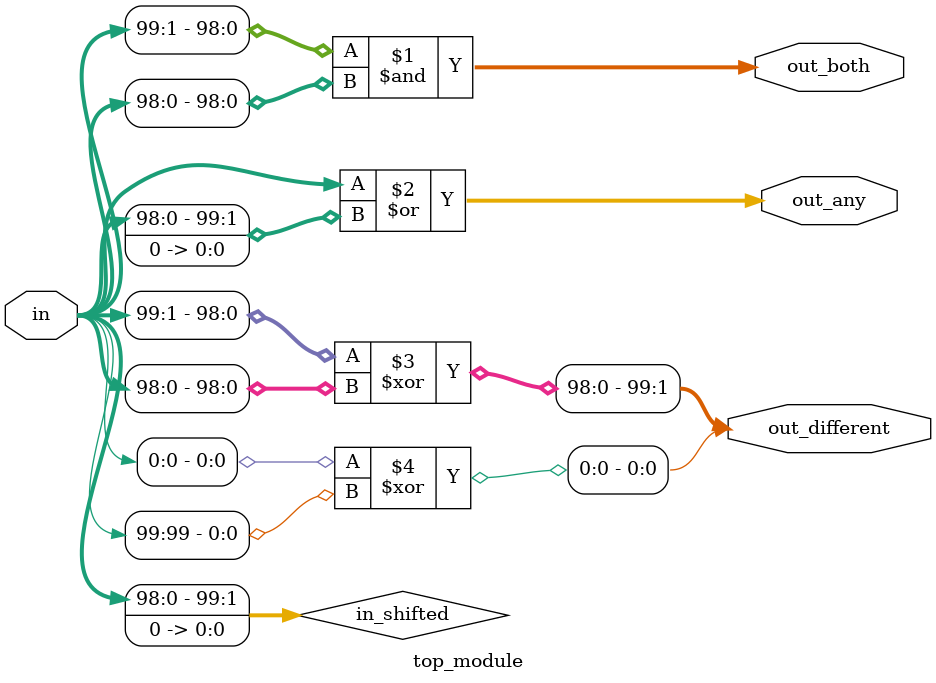
<source format=sv>
module top_module (
	input [99:0] in,
	output [98:0] out_both,
	output [99:0] out_any,
	output [99:0] out_different
);

	wire [99:0] in_shifted;
	assign in_shifted = {in[98:0], 1'b0};

	assign out_both = in[99:1] & in[98:0];
	assign out_any = in | in_shifted;
	assign out_different[99:1] = in[99:1] ^ in[98:0];
	assign out_different[0] = in[0] ^ in[99];

endmodule

</source>
